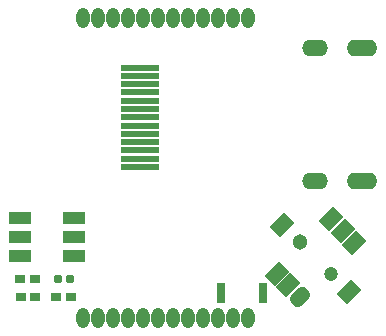
<source format=gts>
G04*
G04 #@! TF.GenerationSoftware,Altium Limited,Altium Designer,21.2.0 (30)*
G04*
G04 Layer_Color=8388736*
%FSLAX24Y24*%
%MOIN*%
G70*
G04*
G04 #@! TF.SameCoordinates,7FD8D1C1-8453-446E-9C5A-4270D5F62F01*
G04*
G04*
G04 #@! TF.FilePolarity,Negative*
G04*
G01*
G75*
G04:AMPARAMS|DCode=21|XSize=67.1mil|YSize=47.4mil|CornerRadius=0mil|HoleSize=0mil|Usage=FLASHONLY|Rotation=45.000|XOffset=0mil|YOffset=0mil|HoleType=Round|Shape=Rectangle|*
%AMROTATEDRECTD21*
4,1,4,-0.0070,-0.0405,-0.0405,-0.0070,0.0070,0.0405,0.0405,0.0070,-0.0070,-0.0405,0.0*
%
%ADD21ROTATEDRECTD21*%

G04:AMPARAMS|DCode=22|XSize=67.1mil|YSize=47.4mil|CornerRadius=13.8mil|HoleSize=0mil|Usage=FLASHONLY|Rotation=45.000|XOffset=0mil|YOffset=0mil|HoleType=Round|Shape=RoundedRectangle|*
%AMROUNDEDRECTD22*
21,1,0.0671,0.0197,0,0,45.0*
21,1,0.0394,0.0474,0,0,45.0*
1,1,0.0277,0.0209,0.0070*
1,1,0.0277,-0.0070,-0.0209*
1,1,0.0277,-0.0209,-0.0070*
1,1,0.0277,0.0070,0.0209*
%
%ADD22ROUNDEDRECTD22*%
%ADD23R,0.0340X0.0280*%
%ADD24R,0.0277X0.0671*%
G04:AMPARAMS|DCode=25|XSize=28mil|YSize=28mil|CornerRadius=9mil|HoleSize=0mil|Usage=FLASHONLY|Rotation=90.000|XOffset=0mil|YOffset=0mil|HoleType=Round|Shape=RoundedRectangle|*
%AMROUNDEDRECTD25*
21,1,0.0280,0.0100,0,0,90.0*
21,1,0.0100,0.0280,0,0,90.0*
1,1,0.0180,0.0050,0.0050*
1,1,0.0180,0.0050,-0.0050*
1,1,0.0180,-0.0050,-0.0050*
1,1,0.0180,-0.0050,0.0050*
%
%ADD25ROUNDEDRECTD25*%
%ADD26R,0.0720X0.0433*%
%ADD27R,0.1261X0.0218*%
%ADD28C,0.0474*%
%ADD29C,0.0513*%
%ADD30O,0.0434X0.0671*%
%ADD31O,0.0867X0.0552*%
%ADD32O,0.1025X0.0552*%
D21*
X9836Y3613D02*
D03*
X12063Y1386D02*
D03*
X11465Y3794D02*
D03*
X11855Y3405D02*
D03*
X12244Y3015D02*
D03*
X10045Y1595D02*
D03*
X9655Y1985D02*
D03*
D22*
X10435Y1205D02*
D03*
D23*
X1600Y1200D02*
D03*
X1120D02*
D03*
X2310D02*
D03*
X2790D02*
D03*
X1590Y1800D02*
D03*
X1110D02*
D03*
D24*
X9189Y1350D02*
D03*
X7811Y1350D02*
D03*
D25*
X2350Y1800D02*
D03*
X2750D02*
D03*
D26*
X1099Y2570D02*
D03*
Y3200D02*
D03*
Y3830D02*
D03*
X2900D02*
D03*
Y3200D02*
D03*
Y2570D02*
D03*
D27*
X5100Y5548D02*
D03*
Y8579D02*
D03*
Y8855D02*
D03*
Y8304D02*
D03*
Y7477D02*
D03*
Y7201D02*
D03*
Y7752D02*
D03*
Y8028D02*
D03*
Y6926D02*
D03*
Y6650D02*
D03*
Y6374D02*
D03*
Y6099D02*
D03*
Y5823D02*
D03*
D28*
X11479Y1971D02*
D03*
D29*
X10421Y3029D02*
D03*
D30*
X7700Y512D02*
D03*
X8200D02*
D03*
X4700D02*
D03*
X4200D02*
D03*
X3700D02*
D03*
X3200D02*
D03*
X6700D02*
D03*
X6200D02*
D03*
X5700D02*
D03*
X5200D02*
D03*
X8700D02*
D03*
X7200D02*
D03*
X4700Y10512D02*
D03*
X4200D02*
D03*
X3700D02*
D03*
X3200D02*
D03*
X6700D02*
D03*
X6200D02*
D03*
X5700D02*
D03*
X5200D02*
D03*
X8700D02*
D03*
X8200D02*
D03*
X7700D02*
D03*
X7200D02*
D03*
D31*
X10924Y9513D02*
D03*
Y5087D02*
D03*
D32*
X12499D02*
D03*
Y9513D02*
D03*
M02*

</source>
